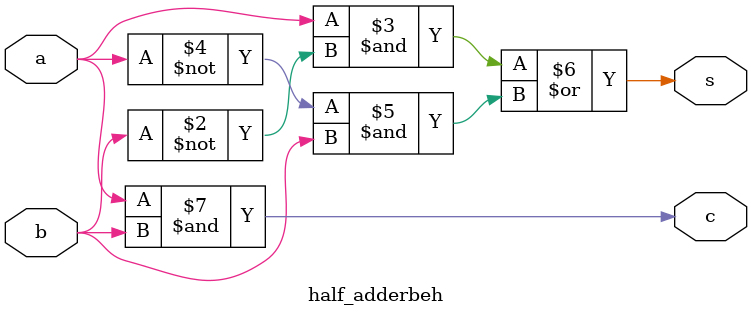
<source format=v>
`timescale 1ns / 1ps


module half_adderbeh(
input a,
input b,
output reg s,
output reg c);
always@(*)
begin
s=(a&~b)|(~a&b);
c=a&b;
end

endmodule

</source>
